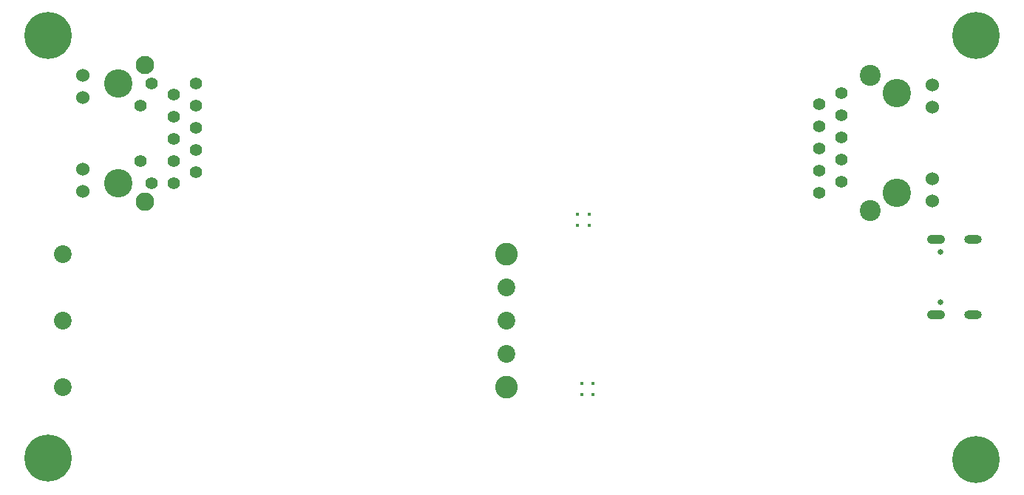
<source format=gbr>
%TF.GenerationSoftware,KiCad,Pcbnew,7.0.11+dfsg-1build4*%
%TF.CreationDate,2024-07-19T16:51:48+02:00*%
%TF.ProjectId,antmicro-poe-to-usbc-pd-adapter,616e746d-6963-4726-9f2d-706f652d746f,rev?*%
%TF.SameCoordinates,Original*%
%TF.FileFunction,Soldermask,Bot*%
%TF.FilePolarity,Negative*%
%FSLAX46Y46*%
G04 Gerber Fmt 4.6, Leading zero omitted, Abs format (unit mm)*
G04 Created by KiCad (PCBNEW 7.0.11+dfsg-1build4) date 2024-07-19 16:51:48 commit  9a9195e *
%MOMM*%
%LPD*%
G01*
G04 APERTURE LIST*
%ADD10C,5.400000*%
%ADD11C,0.400000*%
%ADD12C,3.250000*%
%ADD13C,1.408000*%
%ADD14C,1.530000*%
%ADD15C,2.400000*%
%ADD16C,1.397000*%
%ADD17C,1.524000*%
%ADD18C,2.100000*%
%ADD19C,2.108200*%
%ADD20C,0.650000*%
%ADD21O,2.100000X1.050000*%
%ADD22O,2.000000X1.000000*%
%ADD23C,2.030000*%
%ADD24C,2.590000*%
G04 APERTURE END LIST*
D10*
%TO.C,REF\u002A\u002A*%
X237800000Y-177000000D03*
%TD*%
D11*
%TO.C,U2*%
X193940000Y-168240000D03*
X192670000Y-168240000D03*
X193940000Y-169540000D03*
X192670000Y-169540000D03*
%TD*%
D12*
%TO.C,J2*%
X228720000Y-146405000D03*
X228720000Y-134975000D03*
D13*
X219829000Y-146405000D03*
X222370000Y-145135000D03*
X219829000Y-143865000D03*
X222370000Y-142595000D03*
X219829000Y-141325000D03*
X222370000Y-140054000D03*
X219829000Y-138785000D03*
X222370000Y-137514000D03*
X219829000Y-136245000D03*
X222370000Y-134975000D03*
D14*
X232800000Y-147320000D03*
X232800000Y-144780000D03*
X232800000Y-136600000D03*
X232800000Y-134059000D03*
D15*
X225671000Y-148435000D03*
X225671000Y-132943000D03*
%TD*%
D10*
%TO.C,REF\u002A\u002A*%
X131500000Y-176800000D03*
%TD*%
%TO.C,REF\u002A\u002A*%
X237800000Y-128400000D03*
%TD*%
%TO.C,REF\u002A\u002A*%
X131500000Y-128400000D03*
%TD*%
D12*
%TO.C,J1*%
X139534000Y-133903000D03*
X139534000Y-145332000D03*
D16*
X148434000Y-133903000D03*
X145895000Y-135172000D03*
X148434000Y-136442000D03*
X145895000Y-137712000D03*
X148434000Y-138981000D03*
X145895000Y-140252000D03*
X148434000Y-141521000D03*
X145895000Y-142793000D03*
X148434000Y-144062000D03*
X145895000Y-145332000D03*
X143356000Y-133903000D03*
X142095000Y-136442000D03*
X142095000Y-142793000D03*
X143364000Y-145332000D03*
D17*
X135476000Y-132976000D03*
X135476000Y-135517000D03*
X135476000Y-143717000D03*
X135476000Y-146258000D03*
D18*
X142584000Y-131767000D03*
D19*
X142584000Y-147466000D03*
%TD*%
D11*
%TO.C,U7*%
X192165000Y-148860000D03*
X192165000Y-150130000D03*
X193465000Y-148860000D03*
X193465000Y-150130000D03*
%TD*%
D20*
%TO.C,J3*%
X233719000Y-158970000D03*
X233719000Y-153189000D03*
D21*
X233219000Y-160400000D03*
D22*
X237400000Y-160400000D03*
D21*
X233219000Y-151759000D03*
D22*
X237400000Y-151759000D03*
%TD*%
D23*
%TO.C,U4*%
X133220000Y-153480000D03*
X133220000Y-161100000D03*
X133220000Y-168720000D03*
D24*
X184020000Y-168720000D03*
D23*
X184020000Y-164910000D03*
X184020000Y-161100000D03*
X184020000Y-157290000D03*
D24*
X184020000Y-153480000D03*
%TD*%
M02*

</source>
